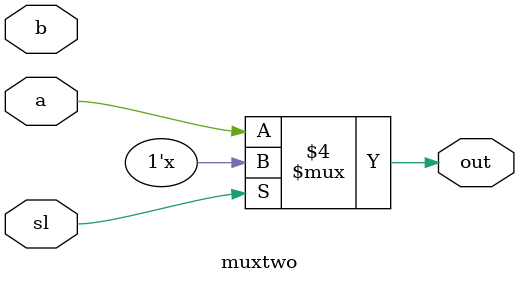
<source format=v>
module muxtwo( out , a, b , sl );
	input a , b , sl ;
	output out ;
	reg out ;
	always @(sl or a or b)
		if(!sl)
			out = a ;
		else
			oput = b ;
endmodule 


</source>
